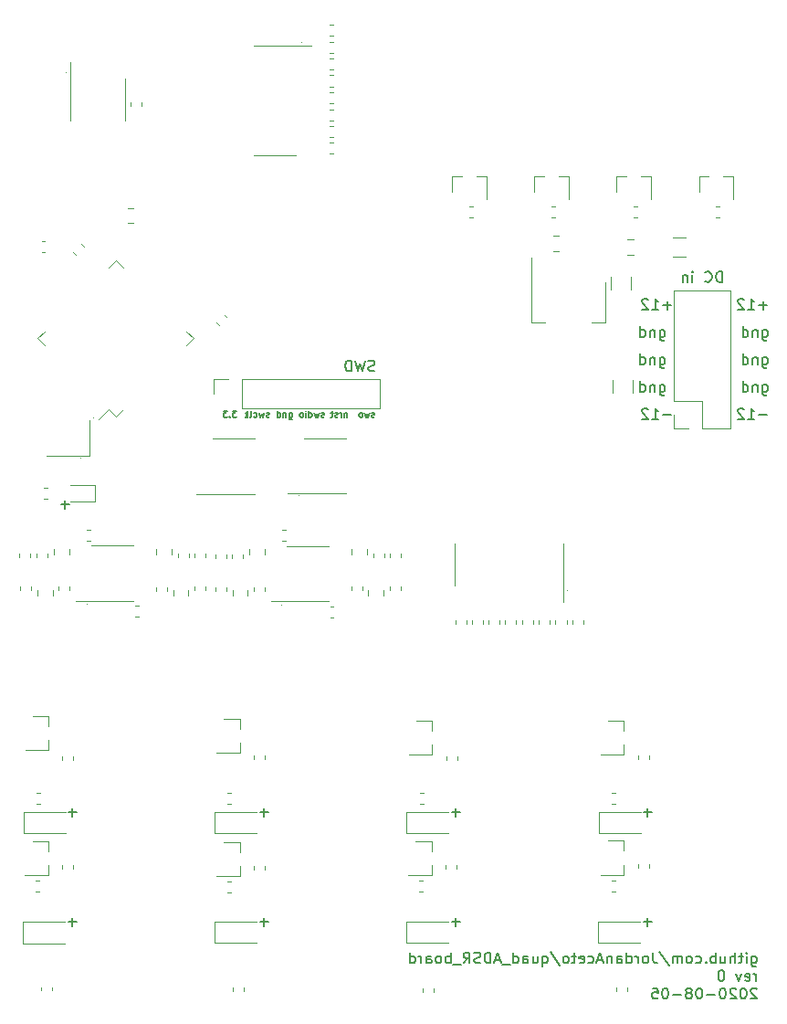
<source format=gbr>
G04 #@! TF.GenerationSoftware,KiCad,Pcbnew,5.1.6-c6e7f7d~87~ubuntu18.04.1*
G04 #@! TF.CreationDate,2020-08-19T10:21:35-04:00*
G04 #@! TF.ProjectId,quad_adsr,71756164-5f61-4647-9372-2e6b69636164,rev?*
G04 #@! TF.SameCoordinates,Original*
G04 #@! TF.FileFunction,Legend,Bot*
G04 #@! TF.FilePolarity,Positive*
%FSLAX46Y46*%
G04 Gerber Fmt 4.6, Leading zero omitted, Abs format (unit mm)*
G04 Created by KiCad (PCBNEW 5.1.6-c6e7f7d~87~ubuntu18.04.1) date 2020-08-19 10:21:35*
%MOMM*%
%LPD*%
G01*
G04 APERTURE LIST*
%ADD10C,0.150000*%
%ADD11C,0.120000*%
G04 APERTURE END LIST*
D10*
X82245152Y-97251828D02*
X81483247Y-97251828D01*
X81864200Y-97632780D02*
X81864200Y-96870876D01*
D11*
X103587196Y-96418400D02*
G75*
G03*
X103587196Y-96418400I-56796J0D01*
G01*
X95052796Y-96443800D02*
G75*
G03*
X95052796Y-96443800I-56796J0D01*
G01*
X83927596Y-106527600D02*
G75*
G03*
X83927596Y-106527600I-56796J0D01*
G01*
X101961596Y-106578400D02*
G75*
G03*
X101961596Y-106578400I-56796J0D01*
G01*
X128479196Y-105257600D02*
G75*
G03*
X128479196Y-105257600I-56796J0D01*
G01*
X125354996Y-74117200D02*
G75*
G03*
X125354996Y-74117200I-56796J0D01*
G01*
X82047996Y-57200800D02*
G75*
G03*
X82047996Y-57200800I-56796J0D01*
G01*
X103815796Y-54432200D02*
G75*
G03*
X103815796Y-54432200I-56796J0D01*
G01*
X83317996Y-92964000D02*
G75*
G03*
X83317996Y-92964000I-56796J0D01*
G01*
X84537196Y-89255600D02*
G75*
G03*
X84537196Y-89255600I-56796J0D01*
G01*
D10*
X136270952Y-125801428D02*
X135509047Y-125801428D01*
X135890000Y-126182380D02*
X135890000Y-125420476D01*
X136270952Y-135961428D02*
X135509047Y-135961428D01*
X135890000Y-136342380D02*
X135890000Y-135580476D01*
X118490952Y-135961428D02*
X117729047Y-135961428D01*
X118110000Y-136342380D02*
X118110000Y-135580476D01*
X118490952Y-125801428D02*
X117729047Y-125801428D01*
X118110000Y-126182380D02*
X118110000Y-125420476D01*
X100710952Y-125801428D02*
X99949047Y-125801428D01*
X100330000Y-126182380D02*
X100330000Y-125420476D01*
X100710952Y-135961428D02*
X99949047Y-135961428D01*
X100330000Y-136342380D02*
X100330000Y-135580476D01*
X82930952Y-125801428D02*
X82169047Y-125801428D01*
X82550000Y-126182380D02*
X82550000Y-125420476D01*
X82930952Y-135961428D02*
X82169047Y-135961428D01*
X82550000Y-136342380D02*
X82550000Y-135580476D01*
X145539833Y-139105714D02*
X145539833Y-139915238D01*
X145587452Y-140010476D01*
X145635071Y-140058095D01*
X145730309Y-140105714D01*
X145873166Y-140105714D01*
X145968404Y-140058095D01*
X145539833Y-139724761D02*
X145635071Y-139772380D01*
X145825547Y-139772380D01*
X145920785Y-139724761D01*
X145968404Y-139677142D01*
X146016023Y-139581904D01*
X146016023Y-139296190D01*
X145968404Y-139200952D01*
X145920785Y-139153333D01*
X145825547Y-139105714D01*
X145635071Y-139105714D01*
X145539833Y-139153333D01*
X145063642Y-139772380D02*
X145063642Y-139105714D01*
X145063642Y-138772380D02*
X145111261Y-138820000D01*
X145063642Y-138867619D01*
X145016023Y-138820000D01*
X145063642Y-138772380D01*
X145063642Y-138867619D01*
X144730309Y-139105714D02*
X144349357Y-139105714D01*
X144587452Y-138772380D02*
X144587452Y-139629523D01*
X144539833Y-139724761D01*
X144444595Y-139772380D01*
X144349357Y-139772380D01*
X144016023Y-139772380D02*
X144016023Y-138772380D01*
X143587452Y-139772380D02*
X143587452Y-139248571D01*
X143635071Y-139153333D01*
X143730309Y-139105714D01*
X143873166Y-139105714D01*
X143968404Y-139153333D01*
X144016023Y-139200952D01*
X142682690Y-139105714D02*
X142682690Y-139772380D01*
X143111261Y-139105714D02*
X143111261Y-139629523D01*
X143063642Y-139724761D01*
X142968404Y-139772380D01*
X142825547Y-139772380D01*
X142730309Y-139724761D01*
X142682690Y-139677142D01*
X142206500Y-139772380D02*
X142206500Y-138772380D01*
X142206500Y-139153333D02*
X142111261Y-139105714D01*
X141920785Y-139105714D01*
X141825547Y-139153333D01*
X141777928Y-139200952D01*
X141730309Y-139296190D01*
X141730309Y-139581904D01*
X141777928Y-139677142D01*
X141825547Y-139724761D01*
X141920785Y-139772380D01*
X142111261Y-139772380D01*
X142206500Y-139724761D01*
X141301738Y-139677142D02*
X141254119Y-139724761D01*
X141301738Y-139772380D01*
X141349357Y-139724761D01*
X141301738Y-139677142D01*
X141301738Y-139772380D01*
X140396976Y-139724761D02*
X140492214Y-139772380D01*
X140682690Y-139772380D01*
X140777928Y-139724761D01*
X140825547Y-139677142D01*
X140873166Y-139581904D01*
X140873166Y-139296190D01*
X140825547Y-139200952D01*
X140777928Y-139153333D01*
X140682690Y-139105714D01*
X140492214Y-139105714D01*
X140396976Y-139153333D01*
X139825547Y-139772380D02*
X139920785Y-139724761D01*
X139968404Y-139677142D01*
X140016023Y-139581904D01*
X140016023Y-139296190D01*
X139968404Y-139200952D01*
X139920785Y-139153333D01*
X139825547Y-139105714D01*
X139682690Y-139105714D01*
X139587452Y-139153333D01*
X139539833Y-139200952D01*
X139492214Y-139296190D01*
X139492214Y-139581904D01*
X139539833Y-139677142D01*
X139587452Y-139724761D01*
X139682690Y-139772380D01*
X139825547Y-139772380D01*
X139063642Y-139772380D02*
X139063642Y-139105714D01*
X139063642Y-139200952D02*
X139016023Y-139153333D01*
X138920785Y-139105714D01*
X138777928Y-139105714D01*
X138682690Y-139153333D01*
X138635071Y-139248571D01*
X138635071Y-139772380D01*
X138635071Y-139248571D02*
X138587452Y-139153333D01*
X138492214Y-139105714D01*
X138349357Y-139105714D01*
X138254119Y-139153333D01*
X138206500Y-139248571D01*
X138206500Y-139772380D01*
X137016023Y-138724761D02*
X137873166Y-140010476D01*
X136396976Y-138772380D02*
X136396976Y-139486666D01*
X136444595Y-139629523D01*
X136539833Y-139724761D01*
X136682690Y-139772380D01*
X136777928Y-139772380D01*
X135777928Y-139772380D02*
X135873166Y-139724761D01*
X135920785Y-139677142D01*
X135968404Y-139581904D01*
X135968404Y-139296190D01*
X135920785Y-139200952D01*
X135873166Y-139153333D01*
X135777928Y-139105714D01*
X135635071Y-139105714D01*
X135539833Y-139153333D01*
X135492214Y-139200952D01*
X135444595Y-139296190D01*
X135444595Y-139581904D01*
X135492214Y-139677142D01*
X135539833Y-139724761D01*
X135635071Y-139772380D01*
X135777928Y-139772380D01*
X135016023Y-139772380D02*
X135016023Y-139105714D01*
X135016023Y-139296190D02*
X134968404Y-139200952D01*
X134920785Y-139153333D01*
X134825547Y-139105714D01*
X134730309Y-139105714D01*
X133968404Y-139772380D02*
X133968404Y-138772380D01*
X133968404Y-139724761D02*
X134063642Y-139772380D01*
X134254119Y-139772380D01*
X134349357Y-139724761D01*
X134396976Y-139677142D01*
X134444595Y-139581904D01*
X134444595Y-139296190D01*
X134396976Y-139200952D01*
X134349357Y-139153333D01*
X134254119Y-139105714D01*
X134063642Y-139105714D01*
X133968404Y-139153333D01*
X133063642Y-139772380D02*
X133063642Y-139248571D01*
X133111261Y-139153333D01*
X133206500Y-139105714D01*
X133396976Y-139105714D01*
X133492214Y-139153333D01*
X133063642Y-139724761D02*
X133158880Y-139772380D01*
X133396976Y-139772380D01*
X133492214Y-139724761D01*
X133539833Y-139629523D01*
X133539833Y-139534285D01*
X133492214Y-139439047D01*
X133396976Y-139391428D01*
X133158880Y-139391428D01*
X133063642Y-139343809D01*
X132587452Y-139105714D02*
X132587452Y-139772380D01*
X132587452Y-139200952D02*
X132539833Y-139153333D01*
X132444595Y-139105714D01*
X132301738Y-139105714D01*
X132206500Y-139153333D01*
X132158880Y-139248571D01*
X132158880Y-139772380D01*
X131730309Y-139486666D02*
X131254119Y-139486666D01*
X131825547Y-139772380D02*
X131492214Y-138772380D01*
X131158880Y-139772380D01*
X130396976Y-139724761D02*
X130492214Y-139772380D01*
X130682690Y-139772380D01*
X130777928Y-139724761D01*
X130825547Y-139677142D01*
X130873166Y-139581904D01*
X130873166Y-139296190D01*
X130825547Y-139200952D01*
X130777928Y-139153333D01*
X130682690Y-139105714D01*
X130492214Y-139105714D01*
X130396976Y-139153333D01*
X129587452Y-139724761D02*
X129682690Y-139772380D01*
X129873166Y-139772380D01*
X129968404Y-139724761D01*
X130016023Y-139629523D01*
X130016023Y-139248571D01*
X129968404Y-139153333D01*
X129873166Y-139105714D01*
X129682690Y-139105714D01*
X129587452Y-139153333D01*
X129539833Y-139248571D01*
X129539833Y-139343809D01*
X130016023Y-139439047D01*
X129254119Y-139105714D02*
X128873166Y-139105714D01*
X129111261Y-138772380D02*
X129111261Y-139629523D01*
X129063642Y-139724761D01*
X128968404Y-139772380D01*
X128873166Y-139772380D01*
X128396976Y-139772380D02*
X128492214Y-139724761D01*
X128539833Y-139677142D01*
X128587452Y-139581904D01*
X128587452Y-139296190D01*
X128539833Y-139200952D01*
X128492214Y-139153333D01*
X128396976Y-139105714D01*
X128254119Y-139105714D01*
X128158880Y-139153333D01*
X128111261Y-139200952D01*
X128063642Y-139296190D01*
X128063642Y-139581904D01*
X128111261Y-139677142D01*
X128158880Y-139724761D01*
X128254119Y-139772380D01*
X128396976Y-139772380D01*
X126920785Y-138724761D02*
X127777928Y-140010476D01*
X126158880Y-139105714D02*
X126158880Y-140105714D01*
X126158880Y-139724761D02*
X126254119Y-139772380D01*
X126444595Y-139772380D01*
X126539833Y-139724761D01*
X126587452Y-139677142D01*
X126635071Y-139581904D01*
X126635071Y-139296190D01*
X126587452Y-139200952D01*
X126539833Y-139153333D01*
X126444595Y-139105714D01*
X126254119Y-139105714D01*
X126158880Y-139153333D01*
X125254119Y-139105714D02*
X125254119Y-139772380D01*
X125682690Y-139105714D02*
X125682690Y-139629523D01*
X125635071Y-139724761D01*
X125539833Y-139772380D01*
X125396976Y-139772380D01*
X125301738Y-139724761D01*
X125254119Y-139677142D01*
X124349357Y-139772380D02*
X124349357Y-139248571D01*
X124396976Y-139153333D01*
X124492214Y-139105714D01*
X124682690Y-139105714D01*
X124777928Y-139153333D01*
X124349357Y-139724761D02*
X124444595Y-139772380D01*
X124682690Y-139772380D01*
X124777928Y-139724761D01*
X124825547Y-139629523D01*
X124825547Y-139534285D01*
X124777928Y-139439047D01*
X124682690Y-139391428D01*
X124444595Y-139391428D01*
X124349357Y-139343809D01*
X123444595Y-139772380D02*
X123444595Y-138772380D01*
X123444595Y-139724761D02*
X123539833Y-139772380D01*
X123730309Y-139772380D01*
X123825547Y-139724761D01*
X123873166Y-139677142D01*
X123920785Y-139581904D01*
X123920785Y-139296190D01*
X123873166Y-139200952D01*
X123825547Y-139153333D01*
X123730309Y-139105714D01*
X123539833Y-139105714D01*
X123444595Y-139153333D01*
X123206500Y-139867619D02*
X122444595Y-139867619D01*
X122254119Y-139486666D02*
X121777928Y-139486666D01*
X122349357Y-139772380D02*
X122016023Y-138772380D01*
X121682690Y-139772380D01*
X121349357Y-139772380D02*
X121349357Y-138772380D01*
X121111261Y-138772380D01*
X120968404Y-138820000D01*
X120873166Y-138915238D01*
X120825547Y-139010476D01*
X120777928Y-139200952D01*
X120777928Y-139343809D01*
X120825547Y-139534285D01*
X120873166Y-139629523D01*
X120968404Y-139724761D01*
X121111261Y-139772380D01*
X121349357Y-139772380D01*
X120396976Y-139724761D02*
X120254119Y-139772380D01*
X120016023Y-139772380D01*
X119920785Y-139724761D01*
X119873166Y-139677142D01*
X119825547Y-139581904D01*
X119825547Y-139486666D01*
X119873166Y-139391428D01*
X119920785Y-139343809D01*
X120016023Y-139296190D01*
X120206500Y-139248571D01*
X120301738Y-139200952D01*
X120349357Y-139153333D01*
X120396976Y-139058095D01*
X120396976Y-138962857D01*
X120349357Y-138867619D01*
X120301738Y-138820000D01*
X120206500Y-138772380D01*
X119968404Y-138772380D01*
X119825547Y-138820000D01*
X118825547Y-139772380D02*
X119158880Y-139296190D01*
X119396976Y-139772380D02*
X119396976Y-138772380D01*
X119016023Y-138772380D01*
X118920785Y-138820000D01*
X118873166Y-138867619D01*
X118825547Y-138962857D01*
X118825547Y-139105714D01*
X118873166Y-139200952D01*
X118920785Y-139248571D01*
X119016023Y-139296190D01*
X119396976Y-139296190D01*
X118635071Y-139867619D02*
X117873166Y-139867619D01*
X117635071Y-139772380D02*
X117635071Y-138772380D01*
X117635071Y-139153333D02*
X117539833Y-139105714D01*
X117349357Y-139105714D01*
X117254119Y-139153333D01*
X117206500Y-139200952D01*
X117158880Y-139296190D01*
X117158880Y-139581904D01*
X117206500Y-139677142D01*
X117254119Y-139724761D01*
X117349357Y-139772380D01*
X117539833Y-139772380D01*
X117635071Y-139724761D01*
X116587452Y-139772380D02*
X116682690Y-139724761D01*
X116730309Y-139677142D01*
X116777928Y-139581904D01*
X116777928Y-139296190D01*
X116730309Y-139200952D01*
X116682690Y-139153333D01*
X116587452Y-139105714D01*
X116444595Y-139105714D01*
X116349357Y-139153333D01*
X116301738Y-139200952D01*
X116254119Y-139296190D01*
X116254119Y-139581904D01*
X116301738Y-139677142D01*
X116349357Y-139724761D01*
X116444595Y-139772380D01*
X116587452Y-139772380D01*
X115396976Y-139772380D02*
X115396976Y-139248571D01*
X115444595Y-139153333D01*
X115539833Y-139105714D01*
X115730309Y-139105714D01*
X115825547Y-139153333D01*
X115396976Y-139724761D02*
X115492214Y-139772380D01*
X115730309Y-139772380D01*
X115825547Y-139724761D01*
X115873166Y-139629523D01*
X115873166Y-139534285D01*
X115825547Y-139439047D01*
X115730309Y-139391428D01*
X115492214Y-139391428D01*
X115396976Y-139343809D01*
X114920785Y-139772380D02*
X114920785Y-139105714D01*
X114920785Y-139296190D02*
X114873166Y-139200952D01*
X114825547Y-139153333D01*
X114730309Y-139105714D01*
X114635071Y-139105714D01*
X113873166Y-139772380D02*
X113873166Y-138772380D01*
X113873166Y-139724761D02*
X113968404Y-139772380D01*
X114158880Y-139772380D01*
X114254119Y-139724761D01*
X114301738Y-139677142D01*
X114349357Y-139581904D01*
X114349357Y-139296190D01*
X114301738Y-139200952D01*
X114254119Y-139153333D01*
X114158880Y-139105714D01*
X113968404Y-139105714D01*
X113873166Y-139153333D01*
X145968404Y-141422380D02*
X145968404Y-140755714D01*
X145968404Y-140946190D02*
X145920785Y-140850952D01*
X145873166Y-140803333D01*
X145777928Y-140755714D01*
X145682690Y-140755714D01*
X144968404Y-141374761D02*
X145063642Y-141422380D01*
X145254119Y-141422380D01*
X145349357Y-141374761D01*
X145396976Y-141279523D01*
X145396976Y-140898571D01*
X145349357Y-140803333D01*
X145254119Y-140755714D01*
X145063642Y-140755714D01*
X144968404Y-140803333D01*
X144920785Y-140898571D01*
X144920785Y-140993809D01*
X145396976Y-141089047D01*
X144587452Y-140755714D02*
X144349357Y-141422380D01*
X144111261Y-140755714D01*
X142777928Y-140422380D02*
X142682690Y-140422380D01*
X142587452Y-140470000D01*
X142539833Y-140517619D01*
X142492214Y-140612857D01*
X142444595Y-140803333D01*
X142444595Y-141041428D01*
X142492214Y-141231904D01*
X142539833Y-141327142D01*
X142587452Y-141374761D01*
X142682690Y-141422380D01*
X142777928Y-141422380D01*
X142873166Y-141374761D01*
X142920785Y-141327142D01*
X142968404Y-141231904D01*
X143016023Y-141041428D01*
X143016023Y-140803333D01*
X142968404Y-140612857D01*
X142920785Y-140517619D01*
X142873166Y-140470000D01*
X142777928Y-140422380D01*
X146016023Y-142167619D02*
X145968404Y-142120000D01*
X145873166Y-142072380D01*
X145635071Y-142072380D01*
X145539833Y-142120000D01*
X145492214Y-142167619D01*
X145444595Y-142262857D01*
X145444595Y-142358095D01*
X145492214Y-142500952D01*
X146063642Y-143072380D01*
X145444595Y-143072380D01*
X144825547Y-142072380D02*
X144730309Y-142072380D01*
X144635071Y-142120000D01*
X144587452Y-142167619D01*
X144539833Y-142262857D01*
X144492214Y-142453333D01*
X144492214Y-142691428D01*
X144539833Y-142881904D01*
X144587452Y-142977142D01*
X144635071Y-143024761D01*
X144730309Y-143072380D01*
X144825547Y-143072380D01*
X144920785Y-143024761D01*
X144968404Y-142977142D01*
X145016023Y-142881904D01*
X145063642Y-142691428D01*
X145063642Y-142453333D01*
X145016023Y-142262857D01*
X144968404Y-142167619D01*
X144920785Y-142120000D01*
X144825547Y-142072380D01*
X144111261Y-142167619D02*
X144063642Y-142120000D01*
X143968404Y-142072380D01*
X143730309Y-142072380D01*
X143635071Y-142120000D01*
X143587452Y-142167619D01*
X143539833Y-142262857D01*
X143539833Y-142358095D01*
X143587452Y-142500952D01*
X144158880Y-143072380D01*
X143539833Y-143072380D01*
X142920785Y-142072380D02*
X142825547Y-142072380D01*
X142730309Y-142120000D01*
X142682690Y-142167619D01*
X142635071Y-142262857D01*
X142587452Y-142453333D01*
X142587452Y-142691428D01*
X142635071Y-142881904D01*
X142682690Y-142977142D01*
X142730309Y-143024761D01*
X142825547Y-143072380D01*
X142920785Y-143072380D01*
X143016023Y-143024761D01*
X143063642Y-142977142D01*
X143111261Y-142881904D01*
X143158880Y-142691428D01*
X143158880Y-142453333D01*
X143111261Y-142262857D01*
X143063642Y-142167619D01*
X143016023Y-142120000D01*
X142920785Y-142072380D01*
X142158880Y-142691428D02*
X141396976Y-142691428D01*
X140730309Y-142072380D02*
X140635071Y-142072380D01*
X140539833Y-142120000D01*
X140492214Y-142167619D01*
X140444595Y-142262857D01*
X140396976Y-142453333D01*
X140396976Y-142691428D01*
X140444595Y-142881904D01*
X140492214Y-142977142D01*
X140539833Y-143024761D01*
X140635071Y-143072380D01*
X140730309Y-143072380D01*
X140825547Y-143024761D01*
X140873166Y-142977142D01*
X140920785Y-142881904D01*
X140968404Y-142691428D01*
X140968404Y-142453333D01*
X140920785Y-142262857D01*
X140873166Y-142167619D01*
X140825547Y-142120000D01*
X140730309Y-142072380D01*
X139825547Y-142500952D02*
X139920785Y-142453333D01*
X139968404Y-142405714D01*
X140016023Y-142310476D01*
X140016023Y-142262857D01*
X139968404Y-142167619D01*
X139920785Y-142120000D01*
X139825547Y-142072380D01*
X139635071Y-142072380D01*
X139539833Y-142120000D01*
X139492214Y-142167619D01*
X139444595Y-142262857D01*
X139444595Y-142310476D01*
X139492214Y-142405714D01*
X139539833Y-142453333D01*
X139635071Y-142500952D01*
X139825547Y-142500952D01*
X139920785Y-142548571D01*
X139968404Y-142596190D01*
X140016023Y-142691428D01*
X140016023Y-142881904D01*
X139968404Y-142977142D01*
X139920785Y-143024761D01*
X139825547Y-143072380D01*
X139635071Y-143072380D01*
X139539833Y-143024761D01*
X139492214Y-142977142D01*
X139444595Y-142881904D01*
X139444595Y-142691428D01*
X139492214Y-142596190D01*
X139539833Y-142548571D01*
X139635071Y-142500952D01*
X139016023Y-142691428D02*
X138254119Y-142691428D01*
X137587452Y-142072380D02*
X137492214Y-142072380D01*
X137396976Y-142120000D01*
X137349357Y-142167619D01*
X137301738Y-142262857D01*
X137254119Y-142453333D01*
X137254119Y-142691428D01*
X137301738Y-142881904D01*
X137349357Y-142977142D01*
X137396976Y-143024761D01*
X137492214Y-143072380D01*
X137587452Y-143072380D01*
X137682690Y-143024761D01*
X137730309Y-142977142D01*
X137777928Y-142881904D01*
X137825547Y-142691428D01*
X137825547Y-142453333D01*
X137777928Y-142262857D01*
X137730309Y-142167619D01*
X137682690Y-142120000D01*
X137587452Y-142072380D01*
X136349357Y-142072380D02*
X136825547Y-142072380D01*
X136873166Y-142548571D01*
X136825547Y-142500952D01*
X136730309Y-142453333D01*
X136492214Y-142453333D01*
X136396976Y-142500952D01*
X136349357Y-142548571D01*
X136301738Y-142643809D01*
X136301738Y-142881904D01*
X136349357Y-142977142D01*
X136396976Y-143024761D01*
X136492214Y-143072380D01*
X136730309Y-143072380D01*
X136825547Y-143024761D01*
X136873166Y-142977142D01*
X110569285Y-89142857D02*
X110512142Y-89171428D01*
X110397857Y-89171428D01*
X110340714Y-89142857D01*
X110312142Y-89085714D01*
X110312142Y-89057142D01*
X110340714Y-89000000D01*
X110397857Y-88971428D01*
X110483571Y-88971428D01*
X110540714Y-88942857D01*
X110569285Y-88885714D01*
X110569285Y-88857142D01*
X110540714Y-88800000D01*
X110483571Y-88771428D01*
X110397857Y-88771428D01*
X110340714Y-88800000D01*
X110112142Y-88771428D02*
X109997857Y-89171428D01*
X109883571Y-88885714D01*
X109769285Y-89171428D01*
X109655000Y-88771428D01*
X109340714Y-89171428D02*
X109397857Y-89142857D01*
X109426428Y-89114285D01*
X109455000Y-89057142D01*
X109455000Y-88885714D01*
X109426428Y-88828571D01*
X109397857Y-88800000D01*
X109340714Y-88771428D01*
X109255000Y-88771428D01*
X109197857Y-88800000D01*
X109169285Y-88828571D01*
X109140714Y-88885714D01*
X109140714Y-89057142D01*
X109169285Y-89114285D01*
X109197857Y-89142857D01*
X109255000Y-89171428D01*
X109340714Y-89171428D01*
X108043571Y-88771428D02*
X108043571Y-89171428D01*
X108043571Y-88828571D02*
X108015000Y-88800000D01*
X107957857Y-88771428D01*
X107872142Y-88771428D01*
X107815000Y-88800000D01*
X107786428Y-88857142D01*
X107786428Y-89171428D01*
X107500714Y-89171428D02*
X107500714Y-88771428D01*
X107500714Y-88885714D02*
X107472142Y-88828571D01*
X107443571Y-88800000D01*
X107386428Y-88771428D01*
X107329285Y-88771428D01*
X107157857Y-89142857D02*
X107100714Y-89171428D01*
X106986428Y-89171428D01*
X106929285Y-89142857D01*
X106900714Y-89085714D01*
X106900714Y-89057142D01*
X106929285Y-89000000D01*
X106986428Y-88971428D01*
X107072142Y-88971428D01*
X107129285Y-88942857D01*
X107157857Y-88885714D01*
X107157857Y-88857142D01*
X107129285Y-88800000D01*
X107072142Y-88771428D01*
X106986428Y-88771428D01*
X106929285Y-88800000D01*
X106729285Y-88771428D02*
X106500714Y-88771428D01*
X106643571Y-88571428D02*
X106643571Y-89085714D01*
X106615000Y-89142857D01*
X106557857Y-89171428D01*
X106500714Y-89171428D01*
X105903571Y-89142857D02*
X105846428Y-89171428D01*
X105732142Y-89171428D01*
X105675000Y-89142857D01*
X105646428Y-89085714D01*
X105646428Y-89057142D01*
X105675000Y-89000000D01*
X105732142Y-88971428D01*
X105817857Y-88971428D01*
X105875000Y-88942857D01*
X105903571Y-88885714D01*
X105903571Y-88857142D01*
X105875000Y-88800000D01*
X105817857Y-88771428D01*
X105732142Y-88771428D01*
X105675000Y-88800000D01*
X105446428Y-88771428D02*
X105332142Y-89171428D01*
X105217857Y-88885714D01*
X105103571Y-89171428D01*
X104989285Y-88771428D01*
X104503571Y-89171428D02*
X104503571Y-88571428D01*
X104503571Y-89142857D02*
X104560714Y-89171428D01*
X104675000Y-89171428D01*
X104732142Y-89142857D01*
X104760714Y-89114285D01*
X104789285Y-89057142D01*
X104789285Y-88885714D01*
X104760714Y-88828571D01*
X104732142Y-88800000D01*
X104675000Y-88771428D01*
X104560714Y-88771428D01*
X104503571Y-88800000D01*
X104217857Y-89171428D02*
X104217857Y-88771428D01*
X104217857Y-88571428D02*
X104246428Y-88600000D01*
X104217857Y-88628571D01*
X104189285Y-88600000D01*
X104217857Y-88571428D01*
X104217857Y-88628571D01*
X103846428Y-89171428D02*
X103903571Y-89142857D01*
X103932142Y-89114285D01*
X103960714Y-89057142D01*
X103960714Y-88885714D01*
X103932142Y-88828571D01*
X103903571Y-88800000D01*
X103846428Y-88771428D01*
X103760714Y-88771428D01*
X103703571Y-88800000D01*
X103675000Y-88828571D01*
X103646428Y-88885714D01*
X103646428Y-89057142D01*
X103675000Y-89114285D01*
X103703571Y-89142857D01*
X103760714Y-89171428D01*
X103846428Y-89171428D01*
X102649285Y-88771428D02*
X102649285Y-89257142D01*
X102677857Y-89314285D01*
X102706428Y-89342857D01*
X102763571Y-89371428D01*
X102849285Y-89371428D01*
X102906428Y-89342857D01*
X102649285Y-89142857D02*
X102706428Y-89171428D01*
X102820714Y-89171428D01*
X102877857Y-89142857D01*
X102906428Y-89114285D01*
X102935000Y-89057142D01*
X102935000Y-88885714D01*
X102906428Y-88828571D01*
X102877857Y-88800000D01*
X102820714Y-88771428D01*
X102706428Y-88771428D01*
X102649285Y-88800000D01*
X102363571Y-88771428D02*
X102363571Y-89171428D01*
X102363571Y-88828571D02*
X102335000Y-88800000D01*
X102277857Y-88771428D01*
X102192142Y-88771428D01*
X102135000Y-88800000D01*
X102106428Y-88857142D01*
X102106428Y-89171428D01*
X101563571Y-89171428D02*
X101563571Y-88571428D01*
X101563571Y-89142857D02*
X101620714Y-89171428D01*
X101735000Y-89171428D01*
X101792142Y-89142857D01*
X101820714Y-89114285D01*
X101849285Y-89057142D01*
X101849285Y-88885714D01*
X101820714Y-88828571D01*
X101792142Y-88800000D01*
X101735000Y-88771428D01*
X101620714Y-88771428D01*
X101563571Y-88800000D01*
X100795000Y-89142857D02*
X100737857Y-89171428D01*
X100623571Y-89171428D01*
X100566428Y-89142857D01*
X100537857Y-89085714D01*
X100537857Y-89057142D01*
X100566428Y-89000000D01*
X100623571Y-88971428D01*
X100709285Y-88971428D01*
X100766428Y-88942857D01*
X100795000Y-88885714D01*
X100795000Y-88857142D01*
X100766428Y-88800000D01*
X100709285Y-88771428D01*
X100623571Y-88771428D01*
X100566428Y-88800000D01*
X100337857Y-88771428D02*
X100223571Y-89171428D01*
X100109285Y-88885714D01*
X99995000Y-89171428D01*
X99880714Y-88771428D01*
X99395000Y-89142857D02*
X99452142Y-89171428D01*
X99566428Y-89171428D01*
X99623571Y-89142857D01*
X99652142Y-89114285D01*
X99680714Y-89057142D01*
X99680714Y-88885714D01*
X99652142Y-88828571D01*
X99623571Y-88800000D01*
X99566428Y-88771428D01*
X99452142Y-88771428D01*
X99395000Y-88800000D01*
X99052142Y-89171428D02*
X99109285Y-89142857D01*
X99137857Y-89085714D01*
X99137857Y-88571428D01*
X98823571Y-89171428D02*
X98823571Y-88571428D01*
X98766428Y-88942857D02*
X98595000Y-89171428D01*
X98595000Y-88771428D02*
X98823571Y-89000000D01*
X97783571Y-88571428D02*
X97412142Y-88571428D01*
X97612142Y-88800000D01*
X97526428Y-88800000D01*
X97469285Y-88828571D01*
X97440714Y-88857142D01*
X97412142Y-88914285D01*
X97412142Y-89057142D01*
X97440714Y-89114285D01*
X97469285Y-89142857D01*
X97526428Y-89171428D01*
X97697857Y-89171428D01*
X97755000Y-89142857D01*
X97783571Y-89114285D01*
X97155000Y-89114285D02*
X97126428Y-89142857D01*
X97155000Y-89171428D01*
X97183571Y-89142857D01*
X97155000Y-89114285D01*
X97155000Y-89171428D01*
X96926428Y-88571428D02*
X96555000Y-88571428D01*
X96755000Y-88800000D01*
X96669285Y-88800000D01*
X96612142Y-88828571D01*
X96583571Y-88857142D01*
X96555000Y-88914285D01*
X96555000Y-89057142D01*
X96583571Y-89114285D01*
X96612142Y-89142857D01*
X96669285Y-89171428D01*
X96840714Y-89171428D01*
X96897857Y-89142857D01*
X96926428Y-89114285D01*
X110577142Y-84859761D02*
X110434285Y-84907380D01*
X110196190Y-84907380D01*
X110100952Y-84859761D01*
X110053333Y-84812142D01*
X110005714Y-84716904D01*
X110005714Y-84621666D01*
X110053333Y-84526428D01*
X110100952Y-84478809D01*
X110196190Y-84431190D01*
X110386666Y-84383571D01*
X110481904Y-84335952D01*
X110529523Y-84288333D01*
X110577142Y-84193095D01*
X110577142Y-84097857D01*
X110529523Y-84002619D01*
X110481904Y-83955000D01*
X110386666Y-83907380D01*
X110148571Y-83907380D01*
X110005714Y-83955000D01*
X109672380Y-83907380D02*
X109434285Y-84907380D01*
X109243809Y-84193095D01*
X109053333Y-84907380D01*
X108815238Y-83907380D01*
X108434285Y-84907380D02*
X108434285Y-83907380D01*
X108196190Y-83907380D01*
X108053333Y-83955000D01*
X107958095Y-84050238D01*
X107910476Y-84145476D01*
X107862857Y-84335952D01*
X107862857Y-84478809D01*
X107910476Y-84669285D01*
X107958095Y-84764523D01*
X108053333Y-84859761D01*
X108196190Y-84907380D01*
X108434285Y-84907380D01*
X142803333Y-76652380D02*
X142803333Y-75652380D01*
X142565238Y-75652380D01*
X142422380Y-75700000D01*
X142327142Y-75795238D01*
X142279523Y-75890476D01*
X142231904Y-76080952D01*
X142231904Y-76223809D01*
X142279523Y-76414285D01*
X142327142Y-76509523D01*
X142422380Y-76604761D01*
X142565238Y-76652380D01*
X142803333Y-76652380D01*
X141231904Y-76557142D02*
X141279523Y-76604761D01*
X141422380Y-76652380D01*
X141517619Y-76652380D01*
X141660476Y-76604761D01*
X141755714Y-76509523D01*
X141803333Y-76414285D01*
X141850952Y-76223809D01*
X141850952Y-76080952D01*
X141803333Y-75890476D01*
X141755714Y-75795238D01*
X141660476Y-75700000D01*
X141517619Y-75652380D01*
X141422380Y-75652380D01*
X141279523Y-75700000D01*
X141231904Y-75747619D01*
X140041428Y-76652380D02*
X140041428Y-75985714D01*
X140041428Y-75652380D02*
X140089047Y-75700000D01*
X140041428Y-75747619D01*
X139993809Y-75700000D01*
X140041428Y-75652380D01*
X140041428Y-75747619D01*
X139565238Y-75985714D02*
X139565238Y-76652380D01*
X139565238Y-76080952D02*
X139517619Y-76033333D01*
X139422380Y-75985714D01*
X139279523Y-75985714D01*
X139184285Y-76033333D01*
X139136666Y-76128571D01*
X139136666Y-76652380D01*
X138094404Y-88971428D02*
X137332500Y-88971428D01*
X136332500Y-89352380D02*
X136903928Y-89352380D01*
X136618214Y-89352380D02*
X136618214Y-88352380D01*
X136713452Y-88495238D01*
X136808690Y-88590476D01*
X136903928Y-88638095D01*
X135951547Y-88447619D02*
X135903928Y-88400000D01*
X135808690Y-88352380D01*
X135570595Y-88352380D01*
X135475357Y-88400000D01*
X135427738Y-88447619D01*
X135380119Y-88542857D01*
X135380119Y-88638095D01*
X135427738Y-88780952D01*
X135999166Y-89352380D01*
X135380119Y-89352380D01*
X146984404Y-88971428D02*
X146222500Y-88971428D01*
X145222500Y-89352380D02*
X145793928Y-89352380D01*
X145508214Y-89352380D02*
X145508214Y-88352380D01*
X145603452Y-88495238D01*
X145698690Y-88590476D01*
X145793928Y-88638095D01*
X144841547Y-88447619D02*
X144793928Y-88400000D01*
X144698690Y-88352380D01*
X144460595Y-88352380D01*
X144365357Y-88400000D01*
X144317738Y-88447619D01*
X144270119Y-88542857D01*
X144270119Y-88638095D01*
X144317738Y-88780952D01*
X144889166Y-89352380D01*
X144270119Y-89352380D01*
X138094404Y-78811428D02*
X137332500Y-78811428D01*
X137713452Y-79192380D02*
X137713452Y-78430476D01*
X136332500Y-79192380D02*
X136903928Y-79192380D01*
X136618214Y-79192380D02*
X136618214Y-78192380D01*
X136713452Y-78335238D01*
X136808690Y-78430476D01*
X136903928Y-78478095D01*
X135951547Y-78287619D02*
X135903928Y-78240000D01*
X135808690Y-78192380D01*
X135570595Y-78192380D01*
X135475357Y-78240000D01*
X135427738Y-78287619D01*
X135380119Y-78382857D01*
X135380119Y-78478095D01*
X135427738Y-78620952D01*
X135999166Y-79192380D01*
X135380119Y-79192380D01*
X137030833Y-81065714D02*
X137030833Y-81875238D01*
X137078452Y-81970476D01*
X137126071Y-82018095D01*
X137221309Y-82065714D01*
X137364166Y-82065714D01*
X137459404Y-82018095D01*
X137030833Y-81684761D02*
X137126071Y-81732380D01*
X137316547Y-81732380D01*
X137411785Y-81684761D01*
X137459404Y-81637142D01*
X137507023Y-81541904D01*
X137507023Y-81256190D01*
X137459404Y-81160952D01*
X137411785Y-81113333D01*
X137316547Y-81065714D01*
X137126071Y-81065714D01*
X137030833Y-81113333D01*
X136554642Y-81065714D02*
X136554642Y-81732380D01*
X136554642Y-81160952D02*
X136507023Y-81113333D01*
X136411785Y-81065714D01*
X136268928Y-81065714D01*
X136173690Y-81113333D01*
X136126071Y-81208571D01*
X136126071Y-81732380D01*
X135221309Y-81732380D02*
X135221309Y-80732380D01*
X135221309Y-81684761D02*
X135316547Y-81732380D01*
X135507023Y-81732380D01*
X135602261Y-81684761D01*
X135649880Y-81637142D01*
X135697500Y-81541904D01*
X135697500Y-81256190D01*
X135649880Y-81160952D01*
X135602261Y-81113333D01*
X135507023Y-81065714D01*
X135316547Y-81065714D01*
X135221309Y-81113333D01*
X137030833Y-83605714D02*
X137030833Y-84415238D01*
X137078452Y-84510476D01*
X137126071Y-84558095D01*
X137221309Y-84605714D01*
X137364166Y-84605714D01*
X137459404Y-84558095D01*
X137030833Y-84224761D02*
X137126071Y-84272380D01*
X137316547Y-84272380D01*
X137411785Y-84224761D01*
X137459404Y-84177142D01*
X137507023Y-84081904D01*
X137507023Y-83796190D01*
X137459404Y-83700952D01*
X137411785Y-83653333D01*
X137316547Y-83605714D01*
X137126071Y-83605714D01*
X137030833Y-83653333D01*
X136554642Y-83605714D02*
X136554642Y-84272380D01*
X136554642Y-83700952D02*
X136507023Y-83653333D01*
X136411785Y-83605714D01*
X136268928Y-83605714D01*
X136173690Y-83653333D01*
X136126071Y-83748571D01*
X136126071Y-84272380D01*
X135221309Y-84272380D02*
X135221309Y-83272380D01*
X135221309Y-84224761D02*
X135316547Y-84272380D01*
X135507023Y-84272380D01*
X135602261Y-84224761D01*
X135649880Y-84177142D01*
X135697500Y-84081904D01*
X135697500Y-83796190D01*
X135649880Y-83700952D01*
X135602261Y-83653333D01*
X135507023Y-83605714D01*
X135316547Y-83605714D01*
X135221309Y-83653333D01*
X137030833Y-86145714D02*
X137030833Y-86955238D01*
X137078452Y-87050476D01*
X137126071Y-87098095D01*
X137221309Y-87145714D01*
X137364166Y-87145714D01*
X137459404Y-87098095D01*
X137030833Y-86764761D02*
X137126071Y-86812380D01*
X137316547Y-86812380D01*
X137411785Y-86764761D01*
X137459404Y-86717142D01*
X137507023Y-86621904D01*
X137507023Y-86336190D01*
X137459404Y-86240952D01*
X137411785Y-86193333D01*
X137316547Y-86145714D01*
X137126071Y-86145714D01*
X137030833Y-86193333D01*
X136554642Y-86145714D02*
X136554642Y-86812380D01*
X136554642Y-86240952D02*
X136507023Y-86193333D01*
X136411785Y-86145714D01*
X136268928Y-86145714D01*
X136173690Y-86193333D01*
X136126071Y-86288571D01*
X136126071Y-86812380D01*
X135221309Y-86812380D02*
X135221309Y-85812380D01*
X135221309Y-86764761D02*
X135316547Y-86812380D01*
X135507023Y-86812380D01*
X135602261Y-86764761D01*
X135649880Y-86717142D01*
X135697500Y-86621904D01*
X135697500Y-86336190D01*
X135649880Y-86240952D01*
X135602261Y-86193333D01*
X135507023Y-86145714D01*
X135316547Y-86145714D01*
X135221309Y-86193333D01*
X146555833Y-86145714D02*
X146555833Y-86955238D01*
X146603452Y-87050476D01*
X146651071Y-87098095D01*
X146746309Y-87145714D01*
X146889166Y-87145714D01*
X146984404Y-87098095D01*
X146555833Y-86764761D02*
X146651071Y-86812380D01*
X146841547Y-86812380D01*
X146936785Y-86764761D01*
X146984404Y-86717142D01*
X147032023Y-86621904D01*
X147032023Y-86336190D01*
X146984404Y-86240952D01*
X146936785Y-86193333D01*
X146841547Y-86145714D01*
X146651071Y-86145714D01*
X146555833Y-86193333D01*
X146079642Y-86145714D02*
X146079642Y-86812380D01*
X146079642Y-86240952D02*
X146032023Y-86193333D01*
X145936785Y-86145714D01*
X145793928Y-86145714D01*
X145698690Y-86193333D01*
X145651071Y-86288571D01*
X145651071Y-86812380D01*
X144746309Y-86812380D02*
X144746309Y-85812380D01*
X144746309Y-86764761D02*
X144841547Y-86812380D01*
X145032023Y-86812380D01*
X145127261Y-86764761D01*
X145174880Y-86717142D01*
X145222500Y-86621904D01*
X145222500Y-86336190D01*
X145174880Y-86240952D01*
X145127261Y-86193333D01*
X145032023Y-86145714D01*
X144841547Y-86145714D01*
X144746309Y-86193333D01*
X146555833Y-83605714D02*
X146555833Y-84415238D01*
X146603452Y-84510476D01*
X146651071Y-84558095D01*
X146746309Y-84605714D01*
X146889166Y-84605714D01*
X146984404Y-84558095D01*
X146555833Y-84224761D02*
X146651071Y-84272380D01*
X146841547Y-84272380D01*
X146936785Y-84224761D01*
X146984404Y-84177142D01*
X147032023Y-84081904D01*
X147032023Y-83796190D01*
X146984404Y-83700952D01*
X146936785Y-83653333D01*
X146841547Y-83605714D01*
X146651071Y-83605714D01*
X146555833Y-83653333D01*
X146079642Y-83605714D02*
X146079642Y-84272380D01*
X146079642Y-83700952D02*
X146032023Y-83653333D01*
X145936785Y-83605714D01*
X145793928Y-83605714D01*
X145698690Y-83653333D01*
X145651071Y-83748571D01*
X145651071Y-84272380D01*
X144746309Y-84272380D02*
X144746309Y-83272380D01*
X144746309Y-84224761D02*
X144841547Y-84272380D01*
X145032023Y-84272380D01*
X145127261Y-84224761D01*
X145174880Y-84177142D01*
X145222500Y-84081904D01*
X145222500Y-83796190D01*
X145174880Y-83700952D01*
X145127261Y-83653333D01*
X145032023Y-83605714D01*
X144841547Y-83605714D01*
X144746309Y-83653333D01*
X146555833Y-81065714D02*
X146555833Y-81875238D01*
X146603452Y-81970476D01*
X146651071Y-82018095D01*
X146746309Y-82065714D01*
X146889166Y-82065714D01*
X146984404Y-82018095D01*
X146555833Y-81684761D02*
X146651071Y-81732380D01*
X146841547Y-81732380D01*
X146936785Y-81684761D01*
X146984404Y-81637142D01*
X147032023Y-81541904D01*
X147032023Y-81256190D01*
X146984404Y-81160952D01*
X146936785Y-81113333D01*
X146841547Y-81065714D01*
X146651071Y-81065714D01*
X146555833Y-81113333D01*
X146079642Y-81065714D02*
X146079642Y-81732380D01*
X146079642Y-81160952D02*
X146032023Y-81113333D01*
X145936785Y-81065714D01*
X145793928Y-81065714D01*
X145698690Y-81113333D01*
X145651071Y-81208571D01*
X145651071Y-81732380D01*
X144746309Y-81732380D02*
X144746309Y-80732380D01*
X144746309Y-81684761D02*
X144841547Y-81732380D01*
X145032023Y-81732380D01*
X145127261Y-81684761D01*
X145174880Y-81637142D01*
X145222500Y-81541904D01*
X145222500Y-81256190D01*
X145174880Y-81160952D01*
X145127261Y-81113333D01*
X145032023Y-81065714D01*
X144841547Y-81065714D01*
X144746309Y-81113333D01*
X146984404Y-78811428D02*
X146222500Y-78811428D01*
X146603452Y-79192380D02*
X146603452Y-78430476D01*
X145222500Y-79192380D02*
X145793928Y-79192380D01*
X145508214Y-79192380D02*
X145508214Y-78192380D01*
X145603452Y-78335238D01*
X145698690Y-78430476D01*
X145793928Y-78478095D01*
X144841547Y-78287619D02*
X144793928Y-78240000D01*
X144698690Y-78192380D01*
X144460595Y-78192380D01*
X144365357Y-78240000D01*
X144317738Y-78287619D01*
X144270119Y-78382857D01*
X144270119Y-78478095D01*
X144317738Y-78620952D01*
X144889166Y-79192380D01*
X144270119Y-79192380D01*
D11*
X133713000Y-117292000D02*
X133713000Y-118222000D01*
X133713000Y-120452000D02*
X133713000Y-119522000D01*
X133713000Y-120452000D02*
X131553000Y-120452000D01*
X133713000Y-117292000D02*
X132253000Y-117292000D01*
X82336960Y-59700160D02*
X82336960Y-56250160D01*
X82336960Y-59700160D02*
X82336960Y-61650160D01*
X87456960Y-59700160D02*
X87456960Y-57750160D01*
X87456960Y-59700160D02*
X87456960Y-61650160D01*
X88968040Y-59984321D02*
X88968040Y-60309879D01*
X87948040Y-59984321D02*
X87948040Y-60309879D01*
X79709961Y-72855360D02*
X80035519Y-72855360D01*
X79709961Y-73875360D02*
X80035519Y-73875360D01*
X131327600Y-137906000D02*
X135227600Y-137906000D01*
X131327600Y-135906000D02*
X135227600Y-135906000D01*
X131327600Y-137906000D02*
X131327600Y-135906000D01*
X131378400Y-127746000D02*
X135278400Y-127746000D01*
X131378400Y-125746000D02*
X135278400Y-125746000D01*
X131378400Y-127746000D02*
X131378400Y-125746000D01*
X113496800Y-137906000D02*
X117396800Y-137906000D01*
X113496800Y-135906000D02*
X117396800Y-135906000D01*
X113496800Y-137906000D02*
X113496800Y-135906000D01*
X113547600Y-127746000D02*
X117447600Y-127746000D01*
X113547600Y-125746000D02*
X117447600Y-125746000D01*
X113547600Y-127746000D02*
X113547600Y-125746000D01*
X95716800Y-137906000D02*
X99616800Y-137906000D01*
X95716800Y-135906000D02*
X99616800Y-135906000D01*
X95716800Y-137906000D02*
X95716800Y-135906000D01*
X95716800Y-127746000D02*
X99616800Y-127746000D01*
X95716800Y-125746000D02*
X99616800Y-125746000D01*
X95716800Y-127746000D02*
X95716800Y-125746000D01*
X77936800Y-137956800D02*
X81836800Y-137956800D01*
X77936800Y-135956800D02*
X81836800Y-135956800D01*
X77936800Y-137956800D02*
X77936800Y-135956800D01*
X78040400Y-127746000D02*
X81940400Y-127746000D01*
X78040400Y-125746000D02*
X81940400Y-125746000D01*
X78040400Y-127746000D02*
X78040400Y-125746000D01*
X132683840Y-85735536D02*
X132683840Y-86939664D01*
X134503840Y-85735536D02*
X134503840Y-86939664D01*
X138211936Y-74316000D02*
X139416064Y-74316000D01*
X138211936Y-72496000D02*
X139416064Y-72496000D01*
X82390180Y-95495440D02*
X84675180Y-95495440D01*
X84675180Y-95495440D02*
X84675180Y-96965440D01*
X84675180Y-96965440D02*
X82390180Y-96965440D01*
X111058000Y-85665000D02*
X111058000Y-88325000D01*
X98298000Y-85665000D02*
X111058000Y-85665000D01*
X98298000Y-88325000D02*
X111058000Y-88325000D01*
X98298000Y-85665000D02*
X98298000Y-88325000D01*
X97028000Y-85665000D02*
X95698000Y-85665000D01*
X95698000Y-85665000D02*
X95698000Y-86995000D01*
X85908556Y-75306925D02*
X86580307Y-74635174D01*
X86580307Y-74635174D02*
X87252058Y-75306925D01*
X80025427Y-81190054D02*
X79353676Y-81861805D01*
X79353676Y-81861805D02*
X80025427Y-82533556D01*
X93135187Y-82533556D02*
X93806938Y-81861805D01*
X93806938Y-81861805D02*
X93135187Y-81190054D01*
X87252058Y-88416685D02*
X86580307Y-89088436D01*
X86580307Y-89088436D02*
X85908556Y-88416685D01*
X85908556Y-88416685D02*
X84961032Y-89364208D01*
X104408200Y-101097400D02*
X106358200Y-101097400D01*
X104408200Y-101097400D02*
X102458200Y-101097400D01*
X104408200Y-106217400D02*
X106358200Y-106217400D01*
X104408200Y-106217400D02*
X100958200Y-106217400D01*
X105994200Y-91115200D02*
X107944200Y-91115200D01*
X105994200Y-91115200D02*
X104044200Y-91115200D01*
X105994200Y-96235200D02*
X107944200Y-96235200D01*
X105994200Y-96235200D02*
X102544200Y-96235200D01*
X97485200Y-91140600D02*
X99435200Y-91140600D01*
X97485200Y-91140600D02*
X95535200Y-91140600D01*
X97485200Y-96260600D02*
X99435200Y-96260600D01*
X97485200Y-96260600D02*
X94035200Y-96260600D01*
X86295000Y-101072000D02*
X88245000Y-101072000D01*
X86295000Y-101072000D02*
X84345000Y-101072000D01*
X86295000Y-106192000D02*
X88245000Y-106192000D01*
X86295000Y-106192000D02*
X82845000Y-106192000D01*
X131979720Y-80410840D02*
X130719720Y-80410840D01*
X125159720Y-80410840D02*
X126419720Y-80410840D01*
X131979720Y-76650840D02*
X131979720Y-80410840D01*
X125159720Y-74400840D02*
X125159720Y-80410840D01*
X117977600Y-102806500D02*
X117977600Y-100856500D01*
X117977600Y-102806500D02*
X117977600Y-104756500D01*
X128097600Y-102806500D02*
X128097600Y-100856500D01*
X128097600Y-102806500D02*
X128097600Y-106256500D01*
X101296700Y-64851600D02*
X99346700Y-64851600D01*
X101296700Y-64851600D02*
X103246700Y-64851600D01*
X101296700Y-54731600D02*
X99346700Y-54731600D01*
X101296700Y-54731600D02*
X104746700Y-54731600D01*
X79933681Y-96735360D02*
X80259239Y-96735360D01*
X79933681Y-95715360D02*
X80259239Y-95715360D01*
X109450600Y-105217279D02*
X109450600Y-104891721D01*
X108430600Y-105217279D02*
X108430600Y-104891721D01*
X91340400Y-105242679D02*
X91340400Y-104917121D01*
X90320400Y-105242679D02*
X90320400Y-104917121D01*
X111986600Y-104891721D02*
X111986600Y-105217279D01*
X113006600Y-104891721D02*
X113006600Y-105217279D01*
X93876400Y-104891721D02*
X93876400Y-105217279D01*
X94896400Y-104891721D02*
X94896400Y-105217279D01*
X92327000Y-101843521D02*
X92327000Y-102169079D01*
X93347000Y-101843521D02*
X93347000Y-102169079D01*
X110437200Y-101818121D02*
X110437200Y-102143679D01*
X111457200Y-101818121D02*
X111457200Y-102143679D01*
X94896400Y-102169079D02*
X94896400Y-101843521D01*
X93876400Y-102169079D02*
X93876400Y-101843521D01*
X113006600Y-102143679D02*
X113006600Y-101818121D01*
X111986600Y-102143679D02*
X111986600Y-101818121D01*
X100408200Y-105242679D02*
X100408200Y-104917121D01*
X99388200Y-105242679D02*
X99388200Y-104917121D01*
X82298000Y-105217279D02*
X82298000Y-104891721D01*
X81278000Y-105217279D02*
X81278000Y-104891721D01*
X95832200Y-104917121D02*
X95832200Y-105242679D01*
X96852200Y-104917121D02*
X96852200Y-105242679D01*
X77671200Y-104891721D02*
X77671200Y-105217279D01*
X78691200Y-104891721D02*
X78691200Y-105217279D01*
X79220600Y-101818121D02*
X79220600Y-102143679D01*
X80240600Y-101818121D02*
X80240600Y-102143679D01*
X97381600Y-101868921D02*
X97381600Y-102194479D01*
X98401600Y-101868921D02*
X98401600Y-102194479D01*
X78665800Y-102143679D02*
X78665800Y-101818121D01*
X77645800Y-102143679D02*
X77645800Y-101818121D01*
X96852200Y-102194479D02*
X96852200Y-101868921D01*
X95832200Y-102194479D02*
X95832200Y-101868921D01*
X136019000Y-130934779D02*
X136019000Y-130609221D01*
X134999000Y-130934779D02*
X134999000Y-130609221D01*
X132590221Y-133098000D02*
X132915779Y-133098000D01*
X132590221Y-132078000D02*
X132915779Y-132078000D01*
X136019000Y-120850779D02*
X136019000Y-120525221D01*
X134999000Y-120850779D02*
X134999000Y-120525221D01*
X132577721Y-124970000D02*
X132903279Y-124970000D01*
X132577721Y-123950000D02*
X132903279Y-123950000D01*
X118175500Y-130972779D02*
X118175500Y-130647221D01*
X117155500Y-130972779D02*
X117155500Y-130647221D01*
X114734221Y-133161500D02*
X115059779Y-133161500D01*
X114734221Y-132141500D02*
X115059779Y-132141500D01*
X118239000Y-120914279D02*
X118239000Y-120588721D01*
X117219000Y-120914279D02*
X117219000Y-120588721D01*
X114797721Y-124970000D02*
X115123279Y-124970000D01*
X114797721Y-123950000D02*
X115123279Y-123950000D01*
X100395500Y-131074279D02*
X100395500Y-130748721D01*
X99375500Y-131074279D02*
X99375500Y-130748721D01*
X96954221Y-133225000D02*
X97279779Y-133225000D01*
X96954221Y-132205000D02*
X97279779Y-132205000D01*
X100395500Y-120850779D02*
X100395500Y-120525221D01*
X99375500Y-120850779D02*
X99375500Y-120525221D01*
X96954221Y-124970000D02*
X97279779Y-124970000D01*
X96954221Y-123950000D02*
X97279779Y-123950000D01*
X82615500Y-131010779D02*
X82615500Y-130685221D01*
X81595500Y-131010779D02*
X81595500Y-130685221D01*
X79174221Y-133161500D02*
X79499779Y-133161500D01*
X79174221Y-132141500D02*
X79499779Y-132141500D01*
X82615500Y-120901779D02*
X82615500Y-120576221D01*
X81595500Y-120901779D02*
X81595500Y-120576221D01*
X79237721Y-124970000D02*
X79563279Y-124970000D01*
X79237721Y-123950000D02*
X79563279Y-123950000D01*
X133987000Y-142377279D02*
X133987000Y-142051721D01*
X132967000Y-142377279D02*
X132967000Y-142051721D01*
X116080000Y-142402779D02*
X116080000Y-142077221D01*
X115060000Y-142402779D02*
X115060000Y-142077221D01*
X98490500Y-142377279D02*
X98490500Y-142051721D01*
X97470500Y-142377279D02*
X97470500Y-142051721D01*
X80710500Y-142313779D02*
X80710500Y-141988221D01*
X79690500Y-142313779D02*
X79690500Y-141988221D01*
X119077200Y-108328779D02*
X119077200Y-108003221D01*
X118057200Y-108328779D02*
X118057200Y-108003221D01*
X120626600Y-108328779D02*
X120626600Y-108003221D01*
X119606600Y-108328779D02*
X119606600Y-108003221D01*
X122176000Y-108328779D02*
X122176000Y-108003221D01*
X121156000Y-108328779D02*
X121156000Y-108003221D01*
X123725400Y-108328779D02*
X123725400Y-108003221D01*
X122705400Y-108328779D02*
X122705400Y-108003221D01*
X125274800Y-108328779D02*
X125274800Y-108003221D01*
X124254800Y-108328779D02*
X124254800Y-108003221D01*
X126824200Y-108328779D02*
X126824200Y-108003221D01*
X125804200Y-108328779D02*
X125804200Y-108003221D01*
X128386300Y-108328779D02*
X128386300Y-108003221D01*
X127366300Y-108328779D02*
X127366300Y-108003221D01*
X129948400Y-108328579D02*
X129948400Y-108003021D01*
X128928400Y-108328579D02*
X128928400Y-108003021D01*
X142567779Y-69594000D02*
X142242221Y-69594000D01*
X142567779Y-70614000D02*
X142242221Y-70614000D01*
X134922579Y-69594000D02*
X134597021Y-69594000D01*
X134922579Y-70614000D02*
X134597021Y-70614000D01*
X127327779Y-69594000D02*
X127002221Y-69594000D01*
X127327779Y-70614000D02*
X127002221Y-70614000D01*
X106753979Y-63739300D02*
X106428421Y-63739300D01*
X106753979Y-64759300D02*
X106428421Y-64759300D01*
X106753979Y-62177200D02*
X106428421Y-62177200D01*
X106753979Y-63197200D02*
X106428421Y-63197200D01*
X106753979Y-60615100D02*
X106428421Y-60615100D01*
X106753979Y-61635100D02*
X106428421Y-61635100D01*
X106766679Y-59040300D02*
X106441121Y-59040300D01*
X106766679Y-60060300D02*
X106441121Y-60060300D01*
X106766679Y-57478200D02*
X106441121Y-57478200D01*
X106766679Y-58498200D02*
X106441121Y-58498200D01*
X106766679Y-55916100D02*
X106441121Y-55916100D01*
X106766679Y-56936100D02*
X106441121Y-56936100D01*
X106766679Y-54366700D02*
X106441121Y-54366700D01*
X106766679Y-55386700D02*
X106441121Y-55386700D01*
X106779379Y-52804600D02*
X106453821Y-52804600D01*
X106779379Y-53824600D02*
X106453821Y-53824600D01*
X119707779Y-69594000D02*
X119382221Y-69594000D01*
X119707779Y-70614000D02*
X119382221Y-70614000D01*
X133713000Y-128407000D02*
X133713000Y-129337000D01*
X133713000Y-131567000D02*
X133713000Y-130637000D01*
X133713000Y-131567000D02*
X131553000Y-131567000D01*
X133713000Y-128407000D02*
X132253000Y-128407000D01*
X115869500Y-128470500D02*
X115869500Y-129400500D01*
X115869500Y-131630500D02*
X115869500Y-130700500D01*
X115869500Y-131630500D02*
X113709500Y-131630500D01*
X115869500Y-128470500D02*
X114409500Y-128470500D01*
X115933000Y-117292000D02*
X115933000Y-118222000D01*
X115933000Y-120452000D02*
X115933000Y-119522000D01*
X115933000Y-120452000D02*
X113773000Y-120452000D01*
X115933000Y-117292000D02*
X114473000Y-117292000D01*
X98089500Y-128529000D02*
X98089500Y-129459000D01*
X98089500Y-131689000D02*
X98089500Y-130759000D01*
X98089500Y-131689000D02*
X95929500Y-131689000D01*
X98089500Y-128529000D02*
X96629500Y-128529000D01*
X98089500Y-117104000D02*
X98089500Y-118034000D01*
X98089500Y-120264000D02*
X98089500Y-119334000D01*
X98089500Y-120264000D02*
X95929500Y-120264000D01*
X98089500Y-117104000D02*
X96629500Y-117104000D01*
X80325500Y-128468000D02*
X80325500Y-129398000D01*
X80325500Y-131628000D02*
X80325500Y-130698000D01*
X80325500Y-131628000D02*
X78165500Y-131628000D01*
X80325500Y-128468000D02*
X78865500Y-128468000D01*
X80341500Y-116850000D02*
X80341500Y-117780000D01*
X80341500Y-120010000D02*
X80341500Y-119080000D01*
X80341500Y-120010000D02*
X78181500Y-120010000D01*
X80341500Y-116850000D02*
X78881500Y-116850000D01*
X140660000Y-66813400D02*
X141590000Y-66813400D01*
X143820000Y-66813400D02*
X142890000Y-66813400D01*
X143820000Y-66813400D02*
X143820000Y-68973400D01*
X140660000Y-66813400D02*
X140660000Y-68273400D01*
X133029800Y-66820000D02*
X133959800Y-66820000D01*
X136189800Y-66820000D02*
X135259800Y-66820000D01*
X136189800Y-66820000D02*
X136189800Y-68980000D01*
X133029800Y-66820000D02*
X133029800Y-68280000D01*
X125409800Y-66820000D02*
X126339800Y-66820000D01*
X128569800Y-66820000D02*
X127639800Y-66820000D01*
X128569800Y-66820000D02*
X128569800Y-68980000D01*
X125409800Y-66820000D02*
X125409800Y-68280000D01*
X117797500Y-66820000D02*
X118727500Y-66820000D01*
X120957500Y-66820000D02*
X120027500Y-66820000D01*
X120957500Y-66820000D02*
X120957500Y-68980000D01*
X117797500Y-66820000D02*
X117797500Y-68280000D01*
X84126000Y-89446200D02*
X84126000Y-92746200D01*
X84126000Y-92746200D02*
X80126000Y-92746200D01*
X134054322Y-74116000D02*
X134571478Y-74116000D01*
X134054322Y-72696000D02*
X134571478Y-72696000D01*
X95915320Y-80405969D02*
X96145525Y-80636174D01*
X96636569Y-79684720D02*
X96866774Y-79914925D01*
X83609242Y-73367104D02*
X83379037Y-73136899D01*
X82887993Y-74088353D02*
X82657788Y-73858148D01*
X111428600Y-105680252D02*
X111428600Y-105157748D01*
X110008600Y-105680252D02*
X110008600Y-105157748D01*
X93318400Y-105705652D02*
X93318400Y-105183148D01*
X91898400Y-105705652D02*
X91898400Y-105183148D01*
X91769000Y-101895652D02*
X91769000Y-101373148D01*
X90349000Y-101895652D02*
X90349000Y-101373148D01*
X109879200Y-101877652D02*
X109879200Y-101355148D01*
X108459200Y-101877652D02*
X108459200Y-101355148D01*
X98830200Y-105705652D02*
X98830200Y-105183148D01*
X97410200Y-105705652D02*
X97410200Y-105183148D01*
X80720000Y-105705652D02*
X80720000Y-105183148D01*
X79300000Y-105705652D02*
X79300000Y-105183148D01*
X82269400Y-101903052D02*
X82269400Y-101380548D01*
X80849400Y-101903052D02*
X80849400Y-101380548D01*
X100379600Y-101928452D02*
X100379600Y-101405948D01*
X98959600Y-101928452D02*
X98959600Y-101405948D01*
X102346979Y-99616800D02*
X102021421Y-99616800D01*
X102346979Y-100636800D02*
X102021421Y-100636800D01*
X106791879Y-106678000D02*
X106466321Y-106678000D01*
X106791879Y-107698000D02*
X106466321Y-107698000D01*
X84236879Y-99591400D02*
X83911321Y-99591400D01*
X84236879Y-100611400D02*
X83911321Y-100611400D01*
X88681679Y-106652600D02*
X88356121Y-106652600D01*
X88681679Y-107672600D02*
X88356121Y-107672600D01*
X88221078Y-69775000D02*
X87703922Y-69775000D01*
X88221078Y-71195000D02*
X87703922Y-71195000D01*
X127652038Y-72350560D02*
X127134882Y-72350560D01*
X127652038Y-73770560D02*
X127134882Y-73770560D01*
X132516200Y-76144496D02*
X132516200Y-77348624D01*
X134336200Y-76144496D02*
X134336200Y-77348624D01*
X138370000Y-77410000D02*
X143570000Y-77410000D01*
X138370000Y-87630000D02*
X138370000Y-77410000D01*
X143570000Y-90230000D02*
X143570000Y-77410000D01*
X138370000Y-87630000D02*
X140970000Y-87630000D01*
X140970000Y-87630000D02*
X140970000Y-90230000D01*
X140970000Y-90230000D02*
X143570000Y-90230000D01*
X138370000Y-88900000D02*
X138370000Y-90230000D01*
X138370000Y-90230000D02*
X139700000Y-90230000D01*
M02*

</source>
